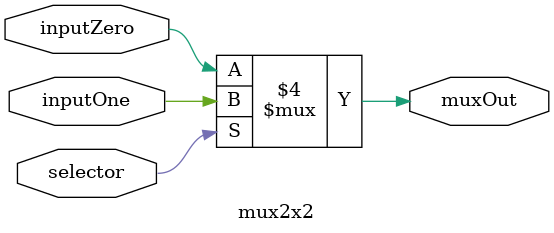
<source format=sv>
module mux2x2(
    input logic         inputOne,
    input logic         inputZero,
    input logic         selector,
    output logic        muxOut
);

always_comb
    if (selector == 1'b1) muxOut = inputOne;
    else muxOut = inputZero;

endmodule
</source>
